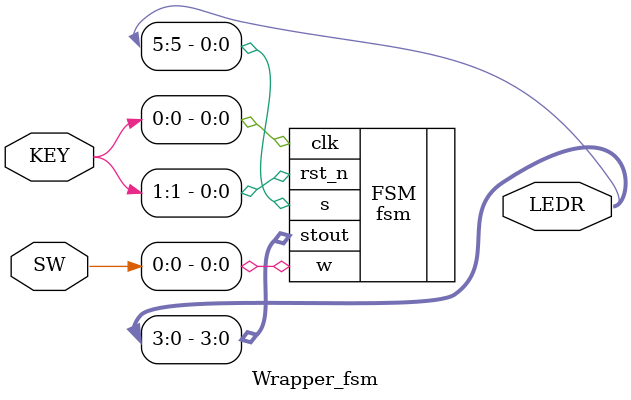
<source format=v>

module Wrapper_fsm(

	input [1:0] SW,
	input [1:0] KEY,
	output [9:0] LEDR
	
);

fsm FSM(

	.s(LEDR[5]),
	.stout(LEDR[3:0]), 
	.w(SW[0]), 
	.clk(KEY[0]), 
	.rst_n(KEY[1])
);

endmodule 
</source>
